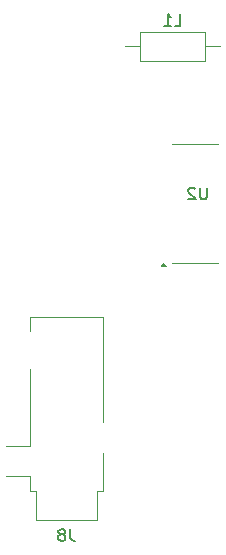
<source format=gbr>
%TF.GenerationSoftware,KiCad,Pcbnew,8.0.4*%
%TF.CreationDate,2025-05-02T23:49:30+05:30*%
%TF.ProjectId,Si4732Board,53693437-3332-4426-9f61-72642e6b6963,rev?*%
%TF.SameCoordinates,Original*%
%TF.FileFunction,Legend,Bot*%
%TF.FilePolarity,Positive*%
%FSLAX46Y46*%
G04 Gerber Fmt 4.6, Leading zero omitted, Abs format (unit mm)*
G04 Created by KiCad (PCBNEW 8.0.4) date 2025-05-02 23:49:30*
%MOMM*%
%LPD*%
G01*
G04 APERTURE LIST*
%ADD10C,0.150000*%
%ADD11C,0.120000*%
G04 APERTURE END LIST*
D10*
X129433333Y-122154819D02*
X129433333Y-122869104D01*
X129433333Y-122869104D02*
X129480952Y-123011961D01*
X129480952Y-123011961D02*
X129576190Y-123107200D01*
X129576190Y-123107200D02*
X129719047Y-123154819D01*
X129719047Y-123154819D02*
X129814285Y-123154819D01*
X128814285Y-122583390D02*
X128909523Y-122535771D01*
X128909523Y-122535771D02*
X128957142Y-122488152D01*
X128957142Y-122488152D02*
X129004761Y-122392914D01*
X129004761Y-122392914D02*
X129004761Y-122345295D01*
X129004761Y-122345295D02*
X128957142Y-122250057D01*
X128957142Y-122250057D02*
X128909523Y-122202438D01*
X128909523Y-122202438D02*
X128814285Y-122154819D01*
X128814285Y-122154819D02*
X128623809Y-122154819D01*
X128623809Y-122154819D02*
X128528571Y-122202438D01*
X128528571Y-122202438D02*
X128480952Y-122250057D01*
X128480952Y-122250057D02*
X128433333Y-122345295D01*
X128433333Y-122345295D02*
X128433333Y-122392914D01*
X128433333Y-122392914D02*
X128480952Y-122488152D01*
X128480952Y-122488152D02*
X128528571Y-122535771D01*
X128528571Y-122535771D02*
X128623809Y-122583390D01*
X128623809Y-122583390D02*
X128814285Y-122583390D01*
X128814285Y-122583390D02*
X128909523Y-122631009D01*
X128909523Y-122631009D02*
X128957142Y-122678628D01*
X128957142Y-122678628D02*
X129004761Y-122773866D01*
X129004761Y-122773866D02*
X129004761Y-122964342D01*
X129004761Y-122964342D02*
X128957142Y-123059580D01*
X128957142Y-123059580D02*
X128909523Y-123107200D01*
X128909523Y-123107200D02*
X128814285Y-123154819D01*
X128814285Y-123154819D02*
X128623809Y-123154819D01*
X128623809Y-123154819D02*
X128528571Y-123107200D01*
X128528571Y-123107200D02*
X128480952Y-123059580D01*
X128480952Y-123059580D02*
X128433333Y-122964342D01*
X128433333Y-122964342D02*
X128433333Y-122773866D01*
X128433333Y-122773866D02*
X128480952Y-122678628D01*
X128480952Y-122678628D02*
X128528571Y-122631009D01*
X128528571Y-122631009D02*
X128623809Y-122583390D01*
X138261666Y-79519819D02*
X138737856Y-79519819D01*
X138737856Y-79519819D02*
X138737856Y-78519819D01*
X137404523Y-79519819D02*
X137975951Y-79519819D01*
X137690237Y-79519819D02*
X137690237Y-78519819D01*
X137690237Y-78519819D02*
X137785475Y-78662676D01*
X137785475Y-78662676D02*
X137880713Y-78757914D01*
X137880713Y-78757914D02*
X137975951Y-78805533D01*
X140996904Y-93239819D02*
X140996904Y-94049342D01*
X140996904Y-94049342D02*
X140949285Y-94144580D01*
X140949285Y-94144580D02*
X140901666Y-94192200D01*
X140901666Y-94192200D02*
X140806428Y-94239819D01*
X140806428Y-94239819D02*
X140615952Y-94239819D01*
X140615952Y-94239819D02*
X140520714Y-94192200D01*
X140520714Y-94192200D02*
X140473095Y-94144580D01*
X140473095Y-94144580D02*
X140425476Y-94049342D01*
X140425476Y-94049342D02*
X140425476Y-93239819D01*
X139996904Y-93335057D02*
X139949285Y-93287438D01*
X139949285Y-93287438D02*
X139854047Y-93239819D01*
X139854047Y-93239819D02*
X139615952Y-93239819D01*
X139615952Y-93239819D02*
X139520714Y-93287438D01*
X139520714Y-93287438D02*
X139473095Y-93335057D01*
X139473095Y-93335057D02*
X139425476Y-93430295D01*
X139425476Y-93430295D02*
X139425476Y-93525533D01*
X139425476Y-93525533D02*
X139473095Y-93668390D01*
X139473095Y-93668390D02*
X140044523Y-94239819D01*
X140044523Y-94239819D02*
X139425476Y-94239819D01*
D11*
%TO.C,J8*%
X124000000Y-115100000D02*
X126000000Y-115100000D01*
X124000000Y-117700000D02*
X126000000Y-117700000D01*
X126000000Y-104200000D02*
X132200000Y-104200000D01*
X126000000Y-105400000D02*
X126000000Y-104200000D01*
X126000000Y-115100000D02*
X126000000Y-108600000D01*
X126000000Y-118900000D02*
X126000000Y-117700000D01*
X126500000Y-118900000D02*
X126000000Y-118900000D01*
X126500000Y-121400000D02*
X126500000Y-118900000D01*
X131700000Y-118900000D02*
X131700000Y-121400000D01*
X131700000Y-121400000D02*
X126500000Y-121400000D01*
X132200000Y-104200000D02*
X132200000Y-113100000D01*
X132200000Y-115700000D02*
X132200000Y-118900000D01*
X132200000Y-118900000D02*
X131700000Y-118900000D01*
%TO.C,L1*%
X135325000Y-80065000D02*
X135325000Y-82505000D01*
X135325000Y-81285000D02*
X134055000Y-81285000D01*
X135325000Y-82505000D02*
X140865000Y-82505000D01*
X140865000Y-80065000D02*
X135325000Y-80065000D01*
X140865000Y-81285000D02*
X142135000Y-81285000D01*
X140865000Y-82505000D02*
X140865000Y-80065000D01*
%TO.C,U2*%
X138075000Y-89525000D02*
X140025000Y-89525000D01*
X138075000Y-99645000D02*
X140025000Y-99645000D01*
X141975000Y-89525000D02*
X140025000Y-89525000D01*
X141975000Y-99645000D02*
X140025000Y-99645000D01*
X137565000Y-99920000D02*
X137085000Y-99920000D01*
X137325000Y-99590000D01*
X137565000Y-99920000D01*
G36*
X137565000Y-99920000D02*
G01*
X137085000Y-99920000D01*
X137325000Y-99590000D01*
X137565000Y-99920000D01*
G37*
%TD*%
M02*

</source>
